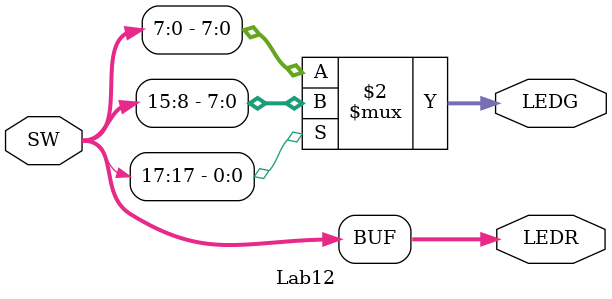
<source format=v>
module Lab12 (SW, LEDR, LEDG);
input [17:0]SW;
output [17:0]LEDR;
output [7:0]LEDG;
assign LEDR = SW;
assign LEDG[7:0] = (SW[17] == 0 )?SW[7:0]:SW[15:8] ; 
endmodule
</source>
